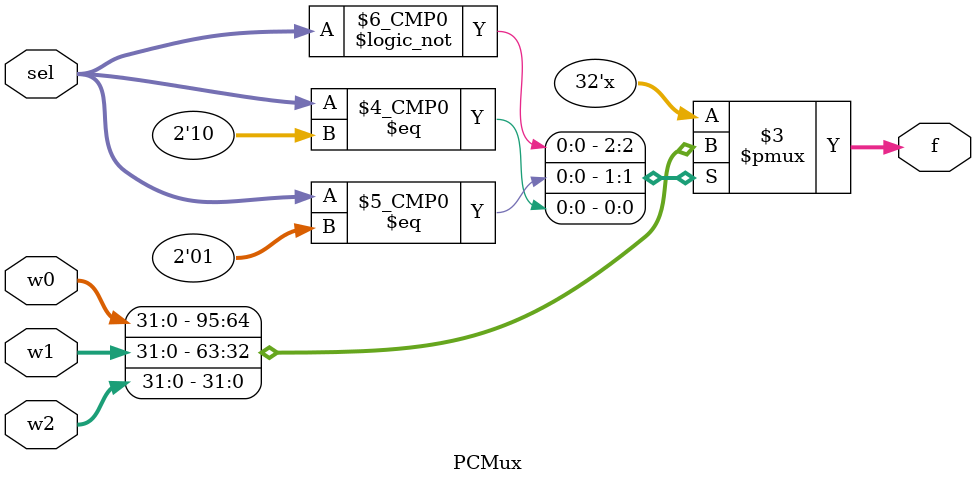
<source format=v>
module PCMux (
	
	input [31:0] w0,w1,w2,
	input [1:0] sel,
	output reg [31:0] f

);

always @ (*)
begin

	case (sel)
	
		2'b00:f=w0;
		2'b01:f=w1;
		2'b10:f=w2;
		default:f=32'bx;
	
	endcase

end

endmodule
</source>
